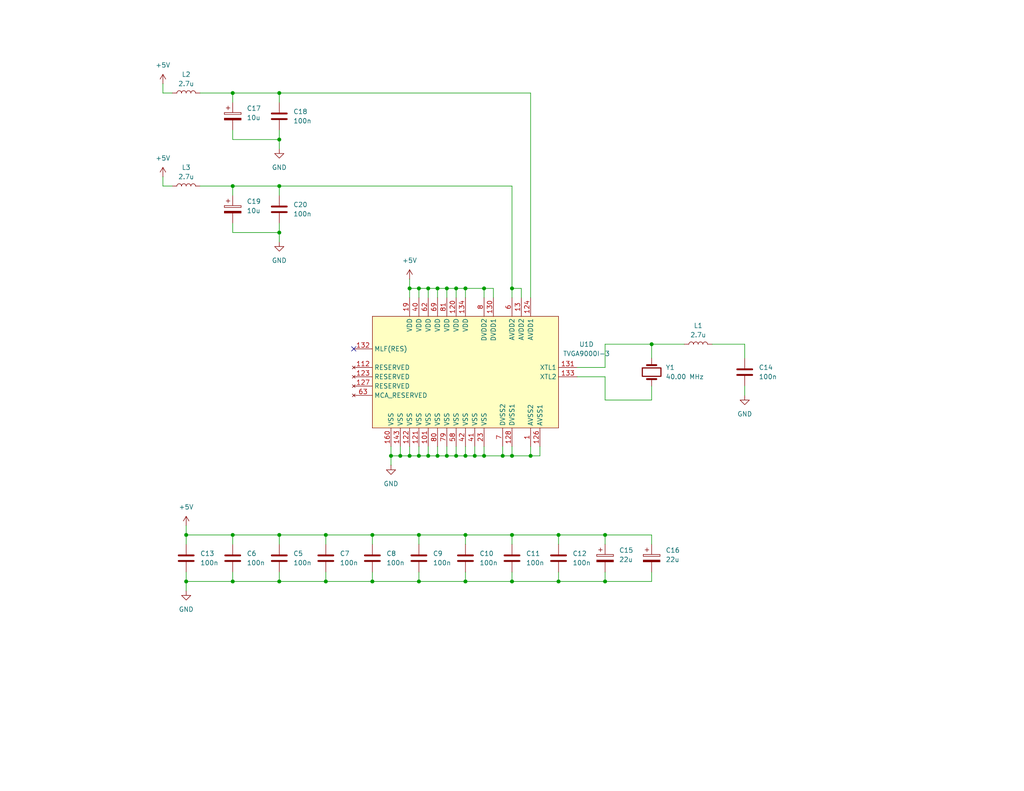
<source format=kicad_sch>
(kicad_sch (version 20231120) (generator "eeschema") (generator_version "8.0")
  (paper "USLetter")
  (lib_symbols
    (symbol "Device:C" (pin_numbers hide) (pin_names (offset 0.254))
      (property "Reference" "C" (at 0.635 2.54 0))
      (property "Value" "C" (at 0.635 -2.54 0))
      (symbol "C_0_1"
        (polyline (pts (xy -2.032 -0.762) (xy 2.032 -0.762)) (stroke (width 0.508)))
        (polyline (pts (xy -2.032 0.762) (xy 2.032 0.762)) (stroke (width 0.508)))
      )
      (symbol "C_1_1"
        (pin passive line (at 0 3.81 270) (length 2.794) (name "~") (number "1"))
        (pin passive line (at 0 -3.81 90) (length 2.794) (name "~") (number "2"))
      )
    )
    (symbol "Device:C_Polarized" (pin_numbers hide) (pin_names (offset 0.254))
      (property "Reference" "C" (at 0.635 2.54 0))
      (property "Value" "C_Polarized" (at 0.635 -2.54 0))
      (symbol "C_Polarized_0_1"
        (rectangle (start -2.286 0.508) (end 2.286 1.016))
        (polyline (pts (xy -1.778 2.286) (xy -0.762 2.286)))
        (polyline (pts (xy -1.27 2.794) (xy -1.27 1.778)))
        (rectangle (start 2.286 -0.508) (end -2.286 -1.016) (fill (type outline)))
      )
      (symbol "C_Polarized_1_1"
        (pin passive line (at 0 3.81 270) (length 2.794) (name "~") (number "1"))
        (pin passive line (at 0 -3.81 90) (length 2.794) (name "~") (number "2"))
      )
    )
    (symbol "Device:Crystal" (pin_numbers hide) (pin_names (offset 1.016) hide)
      (property "Reference" "Y" (at 0 3.81 0))
      (property "Value" "Crystal" (at 0 -3.81 0))
      (symbol "Crystal_0_1"
        (rectangle (start -1.143 2.54) (end 1.143 -2.54) (stroke (width 0.3048)))
        (polyline (pts (xy -2.54 0) (xy -1.905 0)))
        (polyline (pts (xy -1.905 -1.27) (xy -1.905 1.27)) (stroke (width 0.508)))
        (polyline (pts (xy 1.905 -1.27) (xy 1.905 1.27)) (stroke (width 0.508)))
        (polyline (pts (xy 2.54 0) (xy 1.905 0)))
      )
      (symbol "Crystal_1_1"
        (pin passive line (at -3.81 0 0) (length 1.27) (name "1") (number "1"))
        (pin passive line (at 3.81 0 180) (length 1.27) (name "2") (number "2"))
      )
    )
    (symbol "Device:L" (pin_numbers hide) (pin_names (offset 1.016) hide)
      (property "Reference" "L" (at -1.27 0 90))
      (property "Value" "L" (at 1.905 0 90))
      (symbol "L_0_1"
        (arc (start 0 -2.54) (mid 0.6323 -1.905) (end 0 -1.27))
        (arc (start 0 -1.27) (mid 0.6323 -0.635) (end 0 0))
        (arc (start 0 0) (mid 0.6323 0.635) (end 0 1.27))
        (arc (start 0 1.27) (mid 0.6323 1.905) (end 0 2.54))
      )
      (symbol "L_1_1"
        (pin passive line (at 0 3.81 270) (length 1.27) (name "1") (number "1"))
        (pin passive line (at 0 -3.81 90) (length 1.27) (name "2") (number "2"))
      )
    )
    (symbol "pc-parts:TVGA9000i"
      (property "Reference" "U" (at 0 0 0))
      (property "Value" "TVGA9000I-3" (at 0 0 0))
      (symbol "TVGA9000i_1_0"
        (pin output line (at -19.05 -17.78 0) (length 5.08) (name "~{MCS16}") (number "102"))
        (pin bidirectional line (at 19.05 -60.96 180) (length 5.08) (name "SD15") (number "103"))
        (pin bidirectional line (at 19.05 -58.42 180) (length 5.08) (name "SD14") (number "104"))
        (pin bidirectional line (at 19.05 -55.88 180) (length 5.08) (name "SD13") (number "105"))
        (pin bidirectional line (at 19.05 -53.34 180) (length 5.08) (name "SD12") (number "106"))
        (pin bidirectional line (at 19.05 -50.8 180) (length 5.08) (name "SD11") (number "107"))
        (pin bidirectional line (at 19.05 -48.26 180) (length 5.08) (name "SD10") (number "108"))
        (pin bidirectional line (at 19.05 -45.72 180) (length 5.08) (name "SD9") (number "109"))
        (pin bidirectional line (at 19.05 -43.18 180) (length 5.08) (name "SD8") (number "110"))
        (pin output line (at -19.05 55.88 0) (length 5.08) (name "IRQ") (number "111"))
        (pin input line (at 19.05 30.48 180) (length 5.08) (name "SA17") (number "113"))
        (pin input line (at 19.05 33.02 180) (length 5.08) (name "SA18") (number "114"))
        (pin input line (at 19.05 35.56 180) (length 5.08) (name "SA19") (number "115"))
        (pin input line (at 19.05 -27.94 180) (length 5.08) (name "LA20") (number "116"))
        (pin input line (at 19.05 -25.4 180) (length 5.08) (name "LA21") (number "117"))
        (pin input line (at 19.05 -22.86 180) (length 5.08) (name "LA22") (number "118"))
        (pin input line (at 19.05 -20.32 180) (length 5.08) (name "LA23") (number "119"))
        (pin bidirectional line (at 19.05 -12.7 180) (length 5.08) (name "SA0") (number "135"))
        (pin bidirectional line (at 19.05 -10.16 180) (length 5.08) (name "SA1") (number "136"))
        (pin bidirectional line (at 19.05 -7.62 180) (length 5.08) (name "SA2") (number "137"))
        (pin bidirectional line (at 19.05 -5.08 180) (length 5.08) (name "SA3") (number "138"))
        (pin bidirectional line (at 19.05 -2.54 180) (length 5.08) (name "SA4") (number "139"))
        (pin bidirectional line (at 19.05 0 180) (length 5.08) (name "SA5") (number "140"))
        (pin bidirectional line (at 19.05 2.54 180) (length 5.08) (name "SA6") (number "141"))
        (pin bidirectional line (at 19.05 5.08 180) (length 5.08) (name "SA7") (number "142"))
        (pin bidirectional line (at 19.05 7.62 180) (length 5.08) (name "SA8") (number "144"))
        (pin bidirectional line (at 19.05 10.16 180) (length 5.08) (name "SA9") (number "145"))
        (pin bidirectional line (at 19.05 12.7 180) (length 5.08) (name "SA10") (number "146"))
        (pin bidirectional line (at 19.05 15.24 180) (length 5.08) (name "SA11") (number "147"))
        (pin bidirectional line (at 19.05 17.78 180) (length 5.08) (name "SA12") (number "148"))
        (pin bidirectional line (at 19.05 20.32 180) (length 5.08) (name "SA13") (number "149"))
        (pin bidirectional line (at 19.05 22.86 180) (length 5.08) (name "SA14") (number "150"))
        (pin bidirectional line (at 19.05 25.4 180) (length 5.08) (name "SA15") (number "151"))
        (pin bidirectional line (at 19.05 27.94 180) (length 5.08) (name "SA16") (number "152"))
        (pin input line (at -19.05 30.48 0) (length 5.08) (name "~{IOR}") (number "153"))
        (pin input line (at -19.05 33.02 0) (length 5.08) (name "~{IOW}") (number "154"))
        (pin input line (at -19.05 35.56 0) (length 5.08) (name "~{MEMR}") (number "155"))
        (pin input line (at -19.05 38.1 0) (length 5.08) (name "~{MEMW}") (number "156"))
        (pin output line (at 19.05 40.64 180) (length 5.08) (name "IOCHRDY") (number "157"))
        (pin input line (at -19.05 17.78 0) (length 5.08) (name "ENMEM") (number "158"))
        (pin input line (at -19.05 -5.08 0) (length 5.08) (name "ALE") (number "21"))
        (pin input line (at 19.05 38.1 180) (length 5.08) (name "AEN") (number "22"))
        (pin output line (at 19.05 63.5 180) (length 5.08) (name "~{NMI}") (number "24"))
        (pin bidirectional line (at 19.05 43.18 180) (length 5.08) (name "SD0") (number "25"))
        (pin bidirectional line (at 19.05 45.72 180) (length 5.08) (name "SD1") (number "26"))
        (pin bidirectional line (at 19.05 48.26 180) (length 5.08) (name "SD2") (number "27"))
        (pin bidirectional line (at 19.05 50.8 180) (length 5.08) (name "SD3") (number "28"))
        (pin bidirectional line (at 19.05 53.34 180) (length 5.08) (name "SD4") (number "29"))
        (pin bidirectional line (at 19.05 55.88 180) (length 5.08) (name "SD5") (number "30"))
        (pin bidirectional line (at 19.05 58.42 180) (length 5.08) (name "SD6") (number "31"))
        (pin bidirectional line (at 19.05 60.96 180) (length 5.08) (name "SD7") (number "32"))
        (pin input line (at -19.05 60.96 0) (length 5.08) (name "RESET") (number "5"))
        (pin input line (at 19.05 -17.78 180) (length 5.08) (name "~{SBHE}") (number "99"))
      )
      (symbol "TVGA9000i_1_1"
        (rectangle (start -13.97 66.04) (end 13.97 -63.5) (fill (type background)))
      )
      (symbol "TVGA9000i_2_0"
        (pin bidirectional line (at 20.32 -26.67 180) (length 5.08) (name "DMCLK") (number "129"))
        (pin output line (at -20.32 -1.27 0) (length 5.08) (name "MAA0") (number "52"))
        (pin output line (at -20.32 1.27 0) (length 5.08) (name "MAA1") (number "53"))
        (pin output line (at -20.32 3.81 0) (length 5.08) (name "MAA2") (number "54"))
        (pin output line (at -20.32 6.35 0) (length 5.08) (name "MAA3") (number "55"))
        (pin output line (at -20.32 8.89 0) (length 5.08) (name "MAA4") (number "56"))
        (pin output line (at -20.32 11.43 0) (length 5.08) (name "MAA5") (number "57"))
        (pin output line (at -20.32 13.97 0) (length 5.08) (name "MAA6") (number "59"))
        (pin output line (at -20.32 16.51 0) (length 5.08) (name "MAA7") (number "60"))
        (pin output line (at -20.32 19.05 0) (length 5.08) (name "MAA8") (number "61"))
        (pin bidirectional line (at 20.32 -21.59 180) (length 5.08) (name "MD0") (number "64"))
        (pin bidirectional line (at 20.32 -19.05 180) (length 5.08) (name "MD1") (number "65"))
        (pin bidirectional line (at 20.32 -16.51 180) (length 5.08) (name "MD2") (number "66"))
        (pin bidirectional line (at 20.32 -13.97 180) (length 5.08) (name "MD3") (number "67"))
        (pin bidirectional line (at 20.32 -11.43 180) (length 5.08) (name "MD4") (number "68"))
        (pin bidirectional line (at 20.32 -8.89 180) (length 5.08) (name "MD5") (number "70"))
        (pin bidirectional line (at 20.32 -6.35 180) (length 5.08) (name "MD6") (number "71"))
        (pin bidirectional line (at 20.32 -3.81 180) (length 5.08) (name "MD7") (number "72"))
        (pin output line (at -20.32 -26.67 0) (length 5.08) (name "MAB0") (number "73"))
        (pin output line (at -20.32 -24.13 0) (length 5.08) (name "MAB1") (number "74"))
        (pin output line (at -20.32 -21.59 0) (length 5.08) (name "MAB2") (number "75"))
        (pin output line (at -20.32 -19.05 0) (length 5.08) (name "MAB3") (number "76"))
        (pin output line (at -20.32 -16.51 0) (length 5.08) (name "MAB4") (number "77"))
        (pin output line (at -20.32 -13.97 0) (length 5.08) (name "MAB5") (number "78"))
        (pin output line (at -20.32 -11.43 0) (length 5.08) (name "MAB6") (number "82"))
        (pin output line (at -20.32 -8.89 0) (length 5.08) (name "MAB7") (number "83"))
        (pin output line (at -20.32 -6.35 0) (length 5.08) (name "MAB8") (number "84"))
        (pin output line (at -20.32 26.67 0) (length 5.08) (name "~{CAS}") (number "85"))
        (pin output line (at -20.32 24.13 0) (length 5.08) (name "~{RAS}") (number "86"))
        (pin output line (at 20.32 26.67 180) (length 5.08) (name "~{WE2}") (number "87"))
        (pin output line (at 20.32 24.13 180) (length 5.08) (name "~{WE0}") (number "88"))
        (pin bidirectional line (at 20.32 1.27 180) (length 5.08) (name "MD16") (number "89"))
        (pin bidirectional line (at 20.32 3.81 180) (length 5.08) (name "MD17") (number "90"))
        (pin bidirectional line (at 20.32 6.35 180) (length 5.08) (name "MD18") (number "91"))
        (pin bidirectional line (at 20.32 8.89 180) (length 5.08) (name "MD19") (number "92"))
        (pin bidirectional line (at 20.32 11.43 180) (length 5.08) (name "MD20") (number "93"))
        (pin bidirectional line (at 20.32 13.97 180) (length 5.08) (name "MD21") (number "94"))
        (pin bidirectional line (at 20.32 16.51 180) (length 5.08) (name "MD22") (number "95"))
        (pin bidirectional line (at 20.32 19.05 180) (length 5.08) (name "MD23") (number "96"))
      )
      (symbol "TVGA9000i_2_1"
        (rectangle (start -15.24 30.48) (end 15.24 -30.48) (fill (type background)))
      )
      (symbol "TVGA9000i_3_0"
        (pin bidirectional line (at 20.32 -2.54 180) (length 5.08) (name "P6") (number "10"))
        (pin output line (at 20.32 12.7 180) (length 5.08) (name "OUTP0") (number "100"))
        (pin bidirectional line (at 20.32 -5.08 180) (length 5.08) (name "P5") (number "11"))
        (pin bidirectional line (at 20.32 -7.62 180) (length 5.08) (name "P4") (number "12"))
        (pin output line (at 20.32 15.24 180) (length 5.08) (name "VLF") (number "125"))
        (pin bidirectional line (at 20.32 -10.16 180) (length 5.08) (name "P3") (number "14"))
        (pin bidirectional line (at 20.32 -12.7 180) (length 5.08) (name "P2") (number "15"))
        (pin bidirectional line (at 20.32 -20.32 180) (length 5.08) (name "PCLK") (number "159"))
        (pin bidirectional line (at 20.32 -15.24 180) (length 5.08) (name "P1") (number "16"))
        (pin bidirectional line (at 20.32 -17.78 180) (length 5.08) (name "P0") (number "17"))
        (pin input line (at 20.32 7.62 180) (length 5.08) (name "IRSET") (number "18"))
        (pin output line (at 20.32 27.94 180) (length 5.08) (name "B") (number "2"))
        (pin input line (at 20.32 5.08 180) (length 5.08) (name "VREF") (number "20"))
        (pin output line (at 20.32 25.4 180) (length 5.08) (name "G") (number "3"))
        (pin bidirectional line (at -20.32 -3.81 0) (length 5.08) (name "RMD7") (number "33"))
        (pin bidirectional line (at -20.32 -1.27 0) (length 5.08) (name "RMD6") (number "34"))
        (pin bidirectional line (at -20.32 1.27 0) (length 5.08) (name "RMD5") (number "35"))
        (pin bidirectional line (at -20.32 3.81 0) (length 5.08) (name "RMD4") (number "36"))
        (pin bidirectional line (at -20.32 6.35 0) (length 5.08) (name "RMD3") (number "37"))
        (pin bidirectional line (at -20.32 8.89 0) (length 5.08) (name "RMD2") (number "38"))
        (pin bidirectional line (at -20.32 11.43 0) (length 5.08) (name "RMD1") (number "39"))
        (pin output line (at 20.32 22.86 180) (length 5.08) (name "R") (number "4"))
        (pin bidirectional line (at -20.32 13.97 0) (length 5.08) (name "RMD0") (number "43"))
        (pin bidirectional line (at 20.32 -22.86 180) (length 5.08) (name "~{BLANK}") (number "44"))
        (pin output line (at -20.32 -8.89 0) (length 5.08) (name "ROMCS") (number "45"))
        (pin input line (at 20.32 20.32 180) (length 5.08) (name "MONITOR") (number "46"))
        (pin output line (at 20.32 33.02 180) (length 5.08) (name "VSYNC") (number "47"))
        (pin output line (at 20.32 30.48 180) (length 5.08) (name "HSYNC") (number "48"))
        (pin input line (at 20.32 -33.02 180) (length 5.08) (name "EVIDEO") (number "49"))
        (pin input line (at 20.32 -30.48 180) (length 5.08) (name "EDCLK") (number "50"))
        (pin input line (at 20.32 -27.94 180) (length 5.08) (name "ESYNC") (number "51"))
        (pin bidirectional line (at 20.32 0 180) (length 5.08) (name "P7") (number "9"))
        (pin output line (at -20.32 -11.43 0) (length 5.08) (name "ROMBA0") (number "97"))
        (pin output line (at -20.32 -13.97 0) (length 5.08) (name "ROMCLK") (number "98"))
      )
      (symbol "TVGA9000i_3_1"
        (rectangle (start -15.24 35.56) (end 15.24 -35.56) (fill (type background)))
      )
      (symbol "TVGA9000i_4_0"
        (pin power_in line (at -17.78 -20.32 90) (length 5.08) (name "AVSS2") (number "1"))
        (pin power_in line (at 10.16 -20.32 90) (length 5.08) (name "VSS") (number "101"))
        (pin no_connect line (at 30.48 1.27 180) (length 5.08) (name "RESERVED") (number "112"))
        (pin power_in line (at 2.54 20.32 270) (length 5.08) (name "VDD") (number "120"))
        (pin power_in line (at 12.7 -20.32 90) (length 5.08) (name "VSS") (number "121"))
        (pin power_in line (at 15.24 -20.32 90) (length 5.08) (name "VSS") (number "122"))
        (pin no_connect line (at 30.48 -1.27 180) (length 5.08) (name "RESERVED") (number "123"))
        (pin power_in line (at -17.78 20.32 270) (length 5.08) (name "AVDD1") (number "124"))
        (pin power_in line (at -20.32 -20.32 90) (length 5.08) (name "AVSS1") (number "126"))
        (pin no_connect line (at 30.48 -3.81 180) (length 5.08) (name "RESERVED") (number "127"))
        (pin power_in line (at -12.7 -20.32 90) (length 5.08) (name "DVSS1") (number "128"))
        (pin power_in line (at -15.24 20.32 270) (length 5.08) (name "AVDD2") (number "13"))
        (pin power_in line (at -7.62 20.32 270) (length 5.08) (name "DVDD1") (number "130"))
        (pin output line (at -30.48 1.27 0) (length 5.08) (name "XTL1") (number "131"))
        (pin output line (at 30.48 6.35 180) (length 5.08) (name "MLF(RES)") (number "132"))
        (pin input line (at -30.48 -1.27 0) (length 5.08) (name "XTL2") (number "133"))
        (pin power_in line (at 0 20.32 270) (length 5.08) (name "VDD") (number "134"))
        (pin power_in line (at 17.78 -20.32 90) (length 5.08) (name "VSS") (number "143"))
        (pin power_in line (at 20.32 -20.32 90) (length 5.08) (name "VSS") (number "160"))
        (pin power_in line (at 15.24 20.32 270) (length 5.08) (name "VDD") (number "19"))
        (pin power_in line (at -5.08 -20.32 90) (length 5.08) (name "VSS") (number "23"))
        (pin power_in line (at 12.7 20.32 270) (length 5.08) (name "VDD") (number "40"))
        (pin power_in line (at -2.54 -20.32 90) (length 5.08) (name "VSS") (number "41"))
        (pin power_in line (at 0 -20.32 90) (length 5.08) (name "VSS") (number "42"))
        (pin power_in line (at 2.54 -20.32 90) (length 5.08) (name "VSS") (number "58"))
        (pin power_in line (at -12.7 20.32 270) (length 5.08) (name "AVDD2") (number "6"))
        (pin power_in line (at 10.16 20.32 270) (length 5.08) (name "VDD") (number "62"))
        (pin no_connect line (at 30.48 -6.35 180) (length 5.08) (name "MCA_RESERVED") (number "63"))
        (pin power_in line (at 7.62 20.32 270) (length 5.08) (name "VDD") (number "69"))
        (pin power_in line (at -10.16 -20.32 90) (length 5.08) (name "DVSS2") (number "7"))
        (pin power_in line (at 5.08 -20.32 90) (length 5.08) (name "VSS") (number "79"))
        (pin power_in line (at -5.08 20.32 270) (length 5.08) (name "DVDD2") (number "8"))
        (pin power_in line (at 7.62 -20.32 90) (length 5.08) (name "VSS") (number "80"))
        (pin power_in line (at 5.08 20.32 270) (length 5.08) (name "VDD") (number "81"))
      )
      (symbol "TVGA9000i_4_1"
        (rectangle (start -25.4 15.24) (end 25.4 -15.24) (fill (type background)))
      )
    )
    (symbol "power:+5V" (power) (pin_numbers hide) (pin_names (offset 0) hide)
      (property "Value" "+5V" (at 0 3.556 0))
      (symbol "+5V_0_1"
        (polyline (pts (xy -0.762 1.27) (xy 0 2.54)))
        (polyline (pts (xy 0 0) (xy 0 2.54)))
        (polyline (pts (xy 0 2.54) (xy 0.762 1.27)))
      )
      (symbol "+5V_1_1"
        (pin power_in line (at 0 0 90) (length 0) (name "~") (number "1"))
      )
    )
    (symbol "power:GND" (power) (pin_numbers hide) (pin_names (offset 0) hide)
      (property "Value" "GND" (at 0 -3.81 0))
      (symbol "GND_0_1"
        (polyline (pts (xy 0 0) (xy 0 -1.27) (xy 1.27 -1.27) (xy 0 -2.54) (xy -1.27 -1.27) (xy 0 -1.27)))
      )
      (symbol "GND_1_1"
        (pin power_in line (at 0 0 270) (length 0) (name "~") (number "1"))
      )
    )
  )
  (junction (at 114.3 78.74))
  (junction (at 129.54 124.46))
  (junction (at 114.3 124.46))
  (junction (at 124.46 124.46))
  (junction (at 177.8 93.98))
  (junction (at 101.6 146.05))
  (junction (at 101.6 158.75))
  (junction (at 88.9 158.75))
  (junction (at 137.16 124.46))
  (junction (at 139.7 158.75))
  (junction (at 76.2 25.4))
  (junction (at 63.5 25.4))
  (junction (at 127 78.74))
  (junction (at 76.2 38.1))
  (junction (at 119.38 124.46))
  (junction (at 63.5 146.05))
  (junction (at 165.1 146.05))
  (junction (at 119.38 78.74))
  (junction (at 76.2 146.05))
  (junction (at 124.46 78.74))
  (junction (at 76.2 50.8))
  (junction (at 106.68 124.46))
  (junction (at 50.8 146.05))
  (junction (at 152.4 146.05))
  (junction (at 88.9 146.05))
  (junction (at 121.92 78.74))
  (junction (at 76.2 158.75))
  (junction (at 139.7 78.74))
  (junction (at 111.76 124.46))
  (junction (at 139.7 146.05))
  (junction (at 152.4 158.75))
  (junction (at 132.08 124.46))
  (junction (at 132.08 78.74))
  (junction (at 76.2 63.5))
  (junction (at 63.5 50.8))
  (junction (at 116.84 78.74))
  (junction (at 127 146.05))
  (junction (at 63.5 158.75))
  (junction (at 127 124.46))
  (junction (at 116.84 124.46))
  (junction (at 144.78 124.46))
  (junction (at 109.22 124.46))
  (junction (at 165.1 158.75))
  (junction (at 50.8 158.75))
  (junction (at 139.7 124.46))
  (junction (at 114.3 146.05))
  (junction (at 111.76 78.74))
  (junction (at 114.3 158.75))
  (junction (at 121.92 124.46))
  (junction (at 127 158.75))
  (no_connect (at 96.52 95.25))
  (wire (pts (xy 76.2 158.75) (xy 63.5 158.75)))
  (wire (pts (xy 152.4 146.05) (xy 152.4 148.59)))
  (wire (pts (xy 111.76 78.74) (xy 114.3 78.74)))
  (wire (pts (xy 144.78 25.4) (xy 144.78 81.28)))
  (wire (pts (xy 116.84 78.74) (xy 119.38 78.74)))
  (wire (pts (xy 54.61 25.4) (xy 63.5 25.4)))
  (wire (pts (xy 139.7 124.46) (xy 144.78 124.46)))
  (wire (pts (xy 165.1 100.33) (xy 165.1 93.98)))
  (wire (pts (xy 127 158.75) (xy 114.3 158.75)))
  (wire (pts (xy 177.8 146.05) (xy 165.1 146.05)))
  (wire (pts (xy 139.7 146.05) (xy 152.4 146.05)))
  (wire (pts (xy 76.2 25.4) (xy 76.2 27.94)))
  (wire (pts (xy 88.9 156.21) (xy 88.9 158.75)))
  (wire (pts (xy 54.61 50.8) (xy 63.5 50.8)))
  (wire (pts (xy 144.78 124.46) (xy 147.32 124.46)))
  (wire (pts (xy 63.5 63.5) (xy 76.2 63.5)))
  (wire (pts (xy 63.5 60.96) (xy 63.5 63.5)))
  (wire (pts (xy 121.92 78.74) (xy 121.92 81.28)))
  (wire (pts (xy 177.8 93.98) (xy 177.8 97.79)))
  (wire (pts (xy 63.5 146.05) (xy 63.5 148.59)))
  (wire (pts (xy 76.2 146.05) (xy 76.2 148.59)))
  (wire (pts (xy 63.5 25.4) (xy 76.2 25.4)))
  (wire (pts (xy 139.7 156.21) (xy 139.7 158.75)))
  (wire (pts (xy 44.45 25.4) (xy 46.99 25.4)))
  (wire (pts (xy 177.8 156.21) (xy 177.8 158.75)))
  (wire (pts (xy 139.7 158.75) (xy 127 158.75)))
  (wire (pts (xy 76.2 60.96) (xy 76.2 63.5)))
  (wire (pts (xy 119.38 78.74) (xy 121.92 78.74)))
  (wire (pts (xy 157.48 102.87) (xy 165.1 102.87)))
  (wire (pts (xy 101.6 146.05) (xy 101.6 148.59)))
  (wire (pts (xy 127 124.46) (xy 129.54 124.46)))
  (wire (pts (xy 111.76 121.92) (xy 111.76 124.46)))
  (wire (pts (xy 127 146.05) (xy 139.7 146.05)))
  (wire (pts (xy 177.8 93.98) (xy 186.69 93.98)))
  (wire (pts (xy 132.08 78.74) (xy 132.08 81.28)))
  (wire (pts (xy 109.22 121.92) (xy 109.22 124.46)))
  (wire (pts (xy 137.16 124.46) (xy 139.7 124.46)))
  (wire (pts (xy 165.1 93.98) (xy 177.8 93.98)))
  (wire (pts (xy 88.9 146.05) (xy 101.6 146.05)))
  (wire (pts (xy 111.76 81.28) (xy 111.76 78.74)))
  (wire (pts (xy 106.68 121.92) (xy 106.68 124.46)))
  (wire (pts (xy 203.2 105.41) (xy 203.2 107.95)))
  (wire (pts (xy 152.4 158.75) (xy 139.7 158.75)))
  (wire (pts (xy 124.46 78.74) (xy 124.46 81.28)))
  (wire (pts (xy 63.5 146.05) (xy 76.2 146.05)))
  (wire (pts (xy 165.1 109.22) (xy 177.8 109.22)))
  (wire (pts (xy 139.7 78.74) (xy 142.24 78.74)))
  (wire (pts (xy 109.22 124.46) (xy 111.76 124.46)))
  (wire (pts (xy 124.46 121.92) (xy 124.46 124.46)))
  (wire (pts (xy 177.8 158.75) (xy 165.1 158.75)))
  (wire (pts (xy 63.5 25.4) (xy 63.5 27.94)))
  (wire (pts (xy 44.45 22.86) (xy 44.45 25.4)))
  (wire (pts (xy 147.32 124.46) (xy 147.32 121.92)))
  (wire (pts (xy 63.5 35.56) (xy 63.5 38.1)))
  (wire (pts (xy 152.4 156.21) (xy 152.4 158.75)))
  (wire (pts (xy 114.3 121.92) (xy 114.3 124.46)))
  (wire (pts (xy 50.8 158.75) (xy 50.8 161.29)))
  (wire (pts (xy 101.6 146.05) (xy 114.3 146.05)))
  (wire (pts (xy 106.68 124.46) (xy 106.68 127)))
  (wire (pts (xy 129.54 124.46) (xy 132.08 124.46)))
  (wire (pts (xy 129.54 121.92) (xy 129.54 124.46)))
  (wire (pts (xy 203.2 93.98) (xy 203.2 97.79)))
  (wire (pts (xy 144.78 121.92) (xy 144.78 124.46)))
  (wire (pts (xy 63.5 50.8) (xy 63.5 53.34)))
  (wire (pts (xy 127 121.92) (xy 127 124.46)))
  (wire (pts (xy 165.1 146.05) (xy 165.1 148.59)))
  (wire (pts (xy 124.46 124.46) (xy 127 124.46)))
  (wire (pts (xy 111.76 124.46) (xy 114.3 124.46)))
  (wire (pts (xy 137.16 121.92) (xy 137.16 124.46)))
  (wire (pts (xy 132.08 78.74) (xy 134.62 78.74)))
  (wire (pts (xy 124.46 78.74) (xy 127 78.74)))
  (wire (pts (xy 50.8 143.51) (xy 50.8 146.05)))
  (wire (pts (xy 63.5 38.1) (xy 76.2 38.1)))
  (wire (pts (xy 50.8 146.05) (xy 63.5 146.05)))
  (wire (pts (xy 119.38 121.92) (xy 119.38 124.46)))
  (wire (pts (xy 127 156.21) (xy 127 158.75)))
  (wire (pts (xy 88.9 146.05) (xy 88.9 148.59)))
  (wire (pts (xy 127 148.59) (xy 127 146.05)))
  (wire (pts (xy 63.5 158.75) (xy 50.8 158.75)))
  (wire (pts (xy 157.48 100.33) (xy 165.1 100.33)))
  (wire (pts (xy 177.8 109.22) (xy 177.8 105.41)))
  (wire (pts (xy 116.84 124.46) (xy 119.38 124.46)))
  (wire (pts (xy 177.8 148.59) (xy 177.8 146.05)))
  (wire (pts (xy 44.45 48.26) (xy 44.45 50.8)))
  (wire (pts (xy 139.7 146.05) (xy 139.7 148.59)))
  (wire (pts (xy 116.84 78.74) (xy 116.84 81.28)))
  (wire (pts (xy 132.08 121.92) (xy 132.08 124.46)))
  (wire (pts (xy 142.24 78.74) (xy 142.24 81.28)))
  (wire (pts (xy 165.1 158.75) (xy 165.1 156.21)))
  (wire (pts (xy 76.2 25.4) (xy 144.78 25.4)))
  (wire (pts (xy 111.76 76.2) (xy 111.76 78.74)))
  (wire (pts (xy 114.3 158.75) (xy 101.6 158.75)))
  (wire (pts (xy 114.3 146.05) (xy 127 146.05)))
  (wire (pts (xy 114.3 124.46) (xy 116.84 124.46)))
  (wire (pts (xy 119.38 78.74) (xy 119.38 81.28)))
  (wire (pts (xy 165.1 102.87) (xy 165.1 109.22)))
  (wire (pts (xy 44.45 50.8) (xy 46.99 50.8)))
  (wire (pts (xy 76.2 146.05) (xy 88.9 146.05)))
  (wire (pts (xy 76.2 38.1) (xy 76.2 40.64)))
  (wire (pts (xy 101.6 158.75) (xy 88.9 158.75)))
  (wire (pts (xy 101.6 156.21) (xy 101.6 158.75)))
  (wire (pts (xy 119.38 124.46) (xy 121.92 124.46)))
  (wire (pts (xy 114.3 156.21) (xy 114.3 158.75)))
  (wire (pts (xy 127 78.74) (xy 127 81.28)))
  (wire (pts (xy 134.62 78.74) (xy 134.62 81.28)))
  (wire (pts (xy 63.5 50.8) (xy 76.2 50.8)))
  (wire (pts (xy 76.2 63.5) (xy 76.2 66.04)))
  (wire (pts (xy 152.4 146.05) (xy 165.1 146.05)))
  (wire (pts (xy 121.92 121.92) (xy 121.92 124.46)))
  (wire (pts (xy 116.84 121.92) (xy 116.84 124.46)))
  (wire (pts (xy 50.8 146.05) (xy 50.8 148.59)))
  (wire (pts (xy 152.4 158.75) (xy 165.1 158.75)))
  (wire (pts (xy 132.08 124.46) (xy 137.16 124.46)))
  (wire (pts (xy 139.7 78.74) (xy 139.7 81.28)))
  (wire (pts (xy 114.3 78.74) (xy 114.3 81.28)))
  (wire (pts (xy 76.2 50.8) (xy 139.7 50.8)))
  (wire (pts (xy 194.31 93.98) (xy 203.2 93.98)))
  (wire (pts (xy 63.5 156.21) (xy 63.5 158.75)))
  (wire (pts (xy 50.8 156.21) (xy 50.8 158.75)))
  (wire (pts (xy 139.7 121.92) (xy 139.7 124.46)))
  (wire (pts (xy 76.2 156.21) (xy 76.2 158.75)))
  (wire (pts (xy 76.2 50.8) (xy 76.2 53.34)))
  (wire (pts (xy 106.68 124.46) (xy 109.22 124.46)))
  (wire (pts (xy 139.7 50.8) (xy 139.7 78.74)))
  (wire (pts (xy 121.92 124.46) (xy 124.46 124.46)))
  (wire (pts (xy 76.2 35.56) (xy 76.2 38.1)))
  (wire (pts (xy 114.3 78.74) (xy 116.84 78.74)))
  (wire (pts (xy 88.9 158.75) (xy 76.2 158.75)))
  (wire (pts (xy 127 78.74) (xy 132.08 78.74)))
  (wire (pts (xy 121.92 78.74) (xy 124.46 78.74)))
  (wire (pts (xy 114.3 146.05) (xy 114.3 148.59)))
  (symbol (lib_id "Device:C") (at 101.6 152.4 0) (unit 1)
    (property "Reference" "C8" (at 105.41 151.1299 0) (effects (justify left)))
    (property "Value" "100n" (at 105.41 153.6699 0) (effects (justify left)))
    (property "Footprint" "Capacitor_SMD:C_0603_1608Metric_Pad1.08x0.95mm_HandSolder" (effects (hide yes)))
    (property "Description" "Unpolarized capacitor" (effects (hide yes)))
  )
  (symbol (lib_id "Device:L") (at 50.8 50.8 90) (unit 1)
    (property "Reference" "L3" (at 50.8 45.72 90))
    (property "Value" "2.7u" (at 50.8 48.26 90))
    (property "Footprint" "Inductor_SMD:L_0603_1608Metric_Pad1.05x0.95mm_HandSolder" (effects (hide yes)))
    (property "Description" "Inductor" (effects (hide yes)))
  )
  (symbol (lib_id "Device:C") (at 63.5 152.4 0) (unit 1)
    (property "Reference" "C6" (at 67.31 151.1299 0) (effects (justify left)))
    (property "Value" "100n" (at 67.31 153.6699 0) (effects (justify left)))
    (property "Footprint" "Capacitor_SMD:C_0603_1608Metric_Pad1.08x0.95mm_HandSolder" (effects (hide yes)))
    (property "Description" "Unpolarized capacitor" (effects (hide yes)))
  )
  (symbol (lib_id "Device:C") (at 127 152.4 0) (unit 1)
    (property "Reference" "C10" (at 130.81 151.1299 0) (effects (justify left)))
    (property "Value" "100n" (at 130.81 153.6699 0) (effects (justify left)))
    (property "Footprint" "Capacitor_SMD:C_0603_1608Metric_Pad1.08x0.95mm_HandSolder" (effects (hide yes)))
    (property "Description" "Unpolarized capacitor" (effects (hide yes)))
  )
  (symbol (lib_id "Device:L") (at 190.5 93.98 90) (unit 1)
    (property "Reference" "L1" (at 190.5 88.9 90))
    (property "Value" "2.7u" (at 190.5 91.44 90))
    (property "Footprint" "Inductor_SMD:L_0603_1608Metric_Pad1.05x0.95mm_HandSolder" (effects (hide yes)))
    (property "Description" "Inductor" (effects (hide yes)))
  )
  (symbol (lib_id "Device:C") (at 139.7 152.4 0) (unit 1)
    (property "Reference" "C11" (at 143.51 151.1299 0) (effects (justify left)))
    (property "Value" "100n" (at 143.51 153.6699 0) (effects (justify left)))
    (property "Footprint" "Capacitor_SMD:C_0603_1608Metric_Pad1.08x0.95mm_HandSolder" (effects (hide yes)))
    (property "Description" "Unpolarized capacitor" (effects (hide yes)))
  )
  (symbol (lib_id "pc-parts:TVGA9000i") (at 127 101.6 0) (mirror y) (unit 4)
    (property "Reference" "U1" (at 160.02 94.0114 0))
    (property "Value" "TVGA9000I-3" (at 160.02 96.5514 0))
    (property "Footprint" "Package_QFP:PQFP-160_28x28mm_P0.65mm" (effects (hide yes)))
  )
  (symbol (lib_id "power:+5V") (at 111.76 76.2 0) (unit 1)
    (property "Reference" "#PWR012" (effects (hide yes)))
    (property "Value" "+5V" (at 111.76 71.12 0))
    (property "Description" "Power symbol creates a global label with name \"+5V\"" (effects (hide yes)))
  )
  (symbol (lib_id "power:GND") (at 76.2 66.04 0) (unit 1)
    (property "Reference" "#PWR017" (effects (hide yes)))
    (property "Value" "GND" (at 76.2 71.12 0))
    (property "Description" "Power symbol creates a global label with name \"GND\" , ground" (effects (hide yes)))
  )
  (symbol (lib_id "Device:C") (at 76.2 31.75 0) (unit 1)
    (property "Reference" "C18" (at 80.01 30.4799 0) (effects (justify left)))
    (property "Value" "100n" (at 80.01 33.0199 0) (effects (justify left)))
    (property "Footprint" "Capacitor_SMD:C_0603_1608Metric_Pad1.08x0.95mm_HandSolder" (effects (hide yes)))
    (property "Description" "Unpolarized capacitor" (effects (hide yes)))
  )
  (symbol (lib_id "Device:Crystal") (at 177.8 101.6 90) (unit 1)
    (property "Reference" "Y1" (at 181.61 100.3299 90) (effects (justify right)))
    (property "Value" "40.00 MHz" (at 181.61 102.8699 90) (effects (justify right)))
    (property "Footprint" "Crystal:Crystal_HC49-4H_Vertical" (effects (hide yes)))
    (property "Description" "Two pin crystal" (effects (hide yes)))
  )
  (symbol (lib_id "power:+5V") (at 44.45 48.26 0) (unit 1)
    (property "Reference" "#PWR019" (effects (hide yes)))
    (property "Value" "+5V" (at 44.45 43.18 0))
    (property "Description" "Power symbol creates a global label with name \"+5V\"" (effects (hide yes)))
  )
  (symbol (lib_id "Device:C") (at 88.9 152.4 0) (unit 1)
    (property "Reference" "C7" (at 92.71 151.1299 0) (effects (justify left)))
    (property "Value" "100n" (at 92.71 153.6699 0) (effects (justify left)))
    (property "Footprint" "Capacitor_SMD:C_0603_1608Metric_Pad1.08x0.95mm_HandSolder" (effects (hide yes)))
    (property "Description" "Unpolarized capacitor" (effects (hide yes)))
  )
  (symbol (lib_id "Device:C") (at 152.4 152.4 0) (unit 1)
    (property "Reference" "C12" (at 156.21 151.1299 0) (effects (justify left)))
    (property "Value" "100n" (at 156.21 153.6699 0) (effects (justify left)))
    (property "Footprint" "Capacitor_SMD:C_0603_1608Metric_Pad1.08x0.95mm_HandSolder" (effects (hide yes)))
    (property "Description" "Unpolarized capacitor" (effects (hide yes)))
  )
  (symbol (lib_id "Device:C") (at 76.2 152.4 0) (unit 1)
    (property "Reference" "C5" (at 80.01 151.1299 0) (effects (justify left)))
    (property "Value" "100n" (at 80.01 153.6699 0) (effects (justify left)))
    (property "Footprint" "Capacitor_SMD:C_0603_1608Metric_Pad1.08x0.95mm_HandSolder" (effects (hide yes)))
    (property "Description" "Unpolarized capacitor" (effects (hide yes)))
  )
  (symbol (lib_id "power:+5V") (at 50.8 143.51 0) (unit 1)
    (property "Reference" "#PWR014" (effects (hide yes)))
    (property "Value" "+5V" (at 50.8 138.43 0))
    (property "Description" "Power symbol creates a global label with name \"+5V\"" (effects (hide yes)))
  )
  (symbol (lib_id "Device:C") (at 50.8 152.4 0) (unit 1)
    (property "Reference" "C13" (at 54.61 151.1299 0) (effects (justify left)))
    (property "Value" "100n" (at 54.61 153.6699 0) (effects (justify left)))
    (property "Footprint" "Capacitor_SMD:C_0603_1608Metric_Pad1.08x0.95mm_HandSolder" (effects (hide yes)))
    (property "Description" "Unpolarized capacitor" (effects (hide yes)))
  )
  (symbol (lib_id "power:GND") (at 203.2 107.95 0) (unit 1)
    (property "Reference" "#PWR015" (effects (hide yes)))
    (property "Value" "GND" (at 203.2 113.03 0))
    (property "Description" "Power symbol creates a global label with name \"GND\" , ground" (effects (hide yes)))
  )
  (symbol (lib_id "Device:L") (at 50.8 25.4 90) (unit 1)
    (property "Reference" "L2" (at 50.8 20.32 90))
    (property "Value" "2.7u" (at 50.8 22.86 90))
    (property "Footprint" "Inductor_SMD:L_0603_1608Metric_Pad1.05x0.95mm_HandSolder" (effects (hide yes)))
    (property "Description" "Inductor" (effects (hide yes)))
  )
  (symbol (lib_id "power:GND") (at 106.68 127 0) (unit 1)
    (property "Reference" "#PWR011" (effects (hide yes)))
    (property "Value" "GND" (at 106.68 132.08 0))
    (property "Description" "Power symbol creates a global label with name \"GND\" , ground" (effects (hide yes)))
  )
  (symbol (lib_id "Device:C") (at 76.2 57.15 0) (unit 1)
    (property "Reference" "C20" (at 80.01 55.8799 0) (effects (justify left)))
    (property "Value" "100n" (at 80.01 58.4199 0) (effects (justify left)))
    (property "Footprint" "Capacitor_SMD:C_0603_1608Metric_Pad1.08x0.95mm_HandSolder" (effects (hide yes)))
    (property "Description" "Unpolarized capacitor" (effects (hide yes)))
  )
  (symbol (lib_id "Device:C_Polarized") (at 63.5 31.75 0) (unit 1)
    (property "Reference" "C17" (at 67.31 29.5909 0) (effects (justify left)))
    (property "Value" "10u" (at 67.31 32.1309 0) (effects (justify left)))
    (property "Footprint" "Capacitor_SMD:CP_Elec_5x5.3" (effects (hide yes)))
    (property "Description" "Polarized capacitor" (effects (hide yes)))
  )
  (symbol (lib_id "Device:C_Polarized") (at 165.1 152.4 0) (unit 1)
    (property "Reference" "C15" (at 168.91 150.2409 0) (effects (justify left)))
    (property "Value" "22u" (at 168.91 152.7809 0) (effects (justify left)))
    (property "Footprint" "Capacitor_SMD:CP_Elec_5x5.3" (effects (hide yes)))
    (property "Description" "Polarized capacitor" (effects (hide yes)))
  )
  (symbol (lib_id "power:GND") (at 76.2 40.64 0) (unit 1)
    (property "Reference" "#PWR016" (effects (hide yes)))
    (property "Value" "GND" (at 76.2 45.72 0))
    (property "Description" "Power symbol creates a global label with name \"GND\" , ground" (effects (hide yes)))
  )
  (symbol (lib_id "Device:C") (at 114.3 152.4 0) (unit 1)
    (property "Reference" "C9" (at 118.11 151.1299 0) (effects (justify left)))
    (property "Value" "100n" (at 118.11 153.6699 0) (effects (justify left)))
    (property "Footprint" "Capacitor_SMD:C_0603_1608Metric_Pad1.08x0.95mm_HandSolder" (effects (hide yes)))
    (property "Description" "Unpolarized capacitor" (effects (hide yes)))
  )
  (symbol (lib_id "Device:C_Polarized") (at 63.5 57.15 0) (unit 1)
    (property "Reference" "C19" (at 67.31 54.9909 0) (effects (justify left)))
    (property "Value" "10u" (at 67.31 57.5309 0) (effects (justify left)))
    (property "Footprint" "Capacitor_SMD:CP_Elec_5x5.3" (effects (hide yes)))
    (property "Description" "Polarized capacitor" (effects (hide yes)))
  )
  (symbol (lib_id "power:GND") (at 50.8 161.29 0) (unit 1)
    (property "Reference" "#PWR013" (effects (hide yes)))
    (property "Value" "GND" (at 50.8 166.37 0))
    (property "Description" "Power symbol creates a global label with name \"GND\" , ground" (effects (hide yes)))
  )
  (symbol (lib_id "Device:C_Polarized") (at 177.8 152.4 0) (unit 1)
    (property "Reference" "C16" (at 181.61 150.2409 0) (effects (justify left)))
    (property "Value" "22u" (at 181.61 152.7809 0) (effects (justify left)))
    (property "Footprint" "Capacitor_SMD:CP_Elec_5x5.3" (effects (hide yes)))
    (property "Description" "Polarized capacitor" (effects (hide yes)))
  )
  (symbol (lib_id "Device:C") (at 203.2 101.6 0) (unit 1)
    (property "Reference" "C14" (at 207.01 100.3299 0) (effects (justify left)))
    (property "Value" "100n" (at 207.01 102.8699 0) (effects (justify left)))
    (property "Footprint" "Capacitor_SMD:C_0603_1608Metric_Pad1.08x0.95mm_HandSolder" (effects (hide yes)))
    (property "Description" "Unpolarized capacitor" (effects (hide yes)))
  )
  (symbol (lib_id "power:+5V") (at 44.45 22.86 0) (unit 1)
    (property "Reference" "#PWR018" (effects (hide yes)))
    (property "Value" "+5V" (at 44.45 17.78 0))
    (property "Description" "Power symbol creates a global label with name \"+5V\"" (effects (hide yes)))
  )
)
</source>
